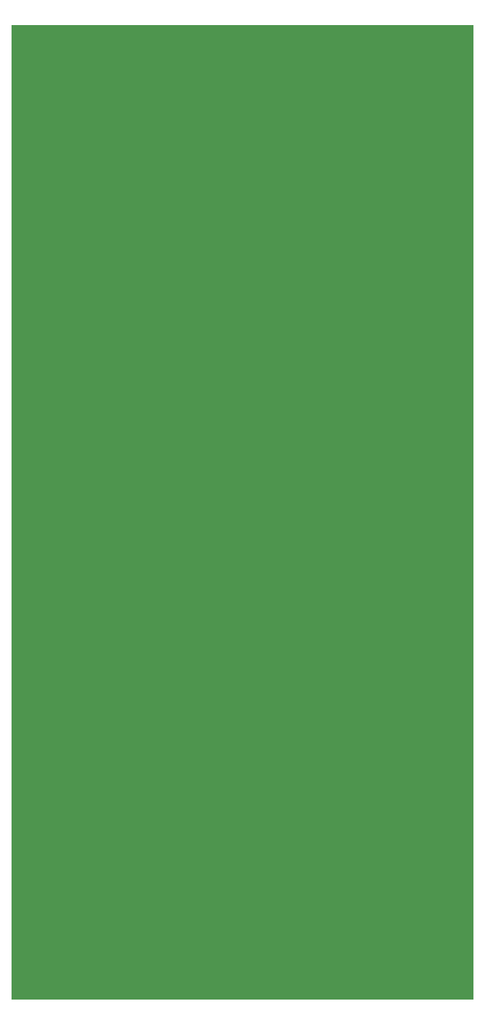
<source format=gts>
G04 Layer_Color=8388736*
%FSLAX25Y25*%
%MOIN*%
G70*
G01*
G75*
%ADD11R,2.39942X5.05689*%
D11*
X-119958Y-262673D02*
D03*
M02*

</source>
